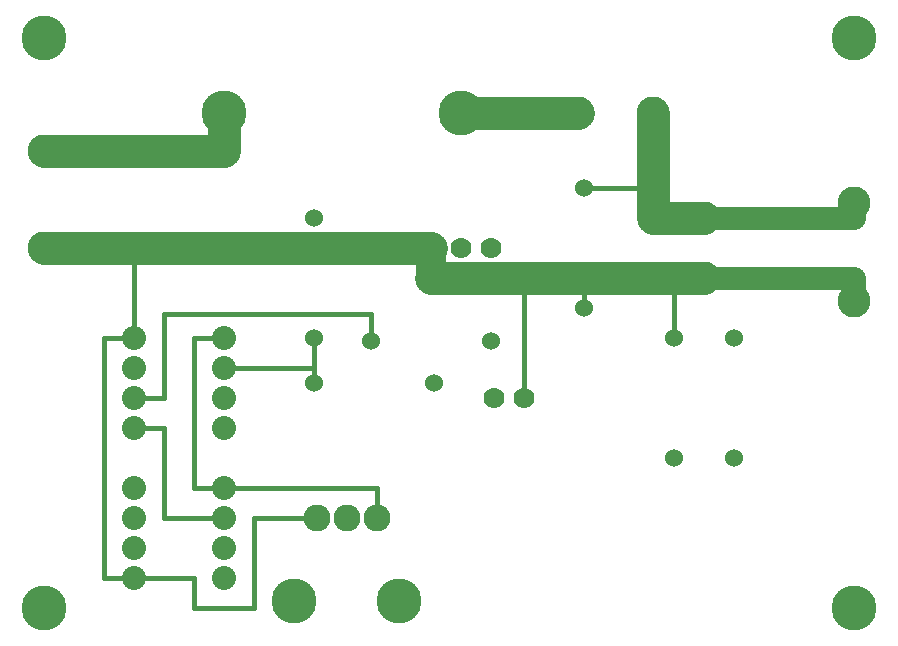
<source format=gbr>
%FSLAX23Y23*%
%MOIN*%
G04 EasyPC Gerber Version 17.0 Build 3379 *
%ADD17C,0.01500*%
%ADD14C,0.06000*%
%ADD22C,0.07000*%
%ADD13C,0.07000*%
%ADD16C,0.07500*%
%ADD12C,0.08000*%
%ADD23C,0.09000*%
%ADD18C,0.10000*%
%ADD15C,0.11000*%
%ADD11C,0.15000*%
X0Y0D02*
D02*
D11*
X203Y203D03*
Y2103D03*
X803Y1853D03*
X1038Y228D03*
X1388D03*
X1593Y1853D03*
X2903Y203D03*
Y2103D03*
D02*
D12*
X502Y303D03*
Y403D03*
Y502D03*
Y603D03*
Y803D03*
Y903D03*
Y1002D03*
Y1103D03*
X803Y303D03*
Y403D03*
Y502D03*
Y603D03*
Y803D03*
Y903D03*
Y1002D03*
Y1103D03*
D02*
D13*
X1493Y1403D03*
X1593D03*
X1692D03*
D02*
D14*
X1103Y953D03*
Y1103D03*
Y1503D03*
X1293Y1093D03*
X1503Y953D03*
X1692Y1093D03*
X2003Y1202D03*
Y1603D03*
X2303Y703D03*
Y1103D03*
X2503Y703D03*
Y1103D03*
D02*
D15*
X203Y1403D03*
Y1728D02*
X803D01*
Y1853*
X203Y1728D03*
X502Y1403D02*
X203D01*
X1493D02*
X1233D01*
X502*
X1593Y1853D02*
X1983D01*
X1803Y1303D02*
X1493D01*
X1983Y1853D03*
X2003Y1303D02*
X1803D01*
X2233Y1603D02*
Y1503D01*
X2403*
X2233Y1853D02*
Y1603D01*
Y1853D03*
X2303Y1303D02*
X2003D01*
X2403D02*
X2303D01*
X2403D03*
Y1503D03*
X2903Y1228D03*
Y1553D03*
D02*
D16*
X2403Y1303D02*
X2903D01*
Y1228*
X2403Y1503D02*
X2903D01*
Y1553*
D02*
D17*
X502Y303D02*
X703D01*
Y203*
X903*
Y502*
X1113*
X502Y903D02*
X603D01*
Y1183*
X1293*
Y1093*
X502Y1103D02*
X403D01*
Y303*
X502*
Y1103D02*
Y1403D01*
X803Y502D02*
X603D01*
Y803*
X502*
X803Y603D02*
X1313D01*
Y502*
X803Y1002D02*
X1103D01*
X803Y1103D02*
X703D01*
Y603*
X803*
X1103Y1002D02*
Y953D01*
Y1002D02*
Y1103D01*
X1803Y903D02*
Y1303D01*
X2003Y1202D02*
Y1303D01*
Y1603D02*
X2233D01*
X2303Y1103D02*
Y1303D01*
D02*
D18*
X1493D02*
Y1403D01*
D02*
D22*
X1703Y903D03*
X1803D03*
D02*
D23*
X1113Y502D03*
X1213D03*
X1313D03*
X0Y0D02*
M02*

</source>
